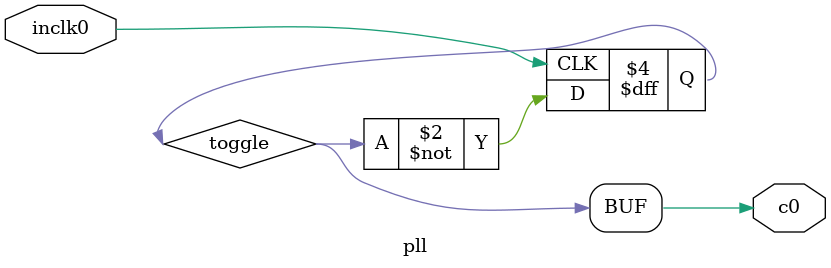
<source format=sv>
module pll(
	input logic inclk0,
	output logic c0
);
	logic toggle;
	initial begin
		toggle = 0;
	end
	
	always @(posedge inclk0) begin
		toggle <= ~toggle;
	end
	
	assign c0 = toggle;
endmodule

</source>
